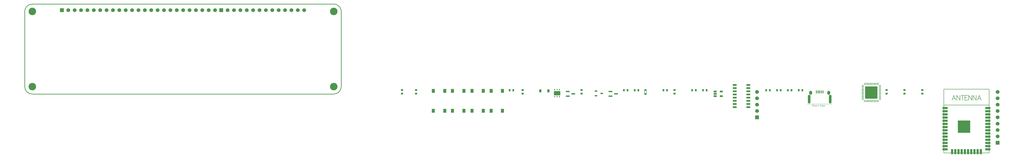
<source format=gtl>
G04*
G04 #@! TF.GenerationSoftware,Altium Limited,Altium Designer,18.1.9 (240)*
G04*
G04 Layer_Physical_Order=1*
G04 Layer_Color=255*
%FSLAX44Y44*%
%MOMM*%
G71*
G01*
G75*
%ADD10C,0.3000*%
%ADD15C,0.1270*%
%ADD16C,0.2540*%
%ADD18C,0.1000*%
%ADD19C,0.1984*%
%ADD20R,2.0000X0.9000*%
%ADD21R,0.9000X2.0000*%
%ADD22R,5.0000X5.0000*%
%ADD23R,0.9000X0.8000*%
%ADD24R,0.8400X0.2200*%
%ADD25R,0.2200X0.8400*%
%ADD26R,4.9500X4.9500*%
%ADD27R,0.4500X1.2000*%
%ADD28R,0.8000X0.9000*%
%ADD29R,1.5240X0.6350*%
%ADD30R,1.3000X0.7000*%
%ADD31R,0.8000X0.8000*%
%ADD32R,1.6000X0.6000*%
%ADD33R,1.0500X0.6000*%
%ADD34R,0.4500X0.6000*%
%ADD35R,2.6000X1.8000*%
%ADD36R,0.9140X1.2190*%
%ADD37R,1.3000X1.5499*%
%ADD63R,1.5000X1.5000*%
%ADD64C,1.5000*%
%ADD65R,1.5000X1.5000*%
%ADD66R,1.1000X1.1000*%
%ADD67O,1.2000X1.6000*%
%ADD68O,1.1000X1.8000*%
%ADD69C,3.0000*%
D10*
X3963180Y829620D02*
G03*
X3963180Y829620I-1000J0D01*
G01*
D15*
X3955350Y841740D02*
X4134550D01*
X3954950Y649740D02*
Y904740D01*
Y649740D02*
X4134950D01*
Y904740D01*
X3954950D02*
X4134950D01*
X2763330Y885190D02*
Y901190D01*
X2771330Y885190D02*
Y901190D01*
X2763330D02*
X2771330D01*
X2763330Y885190D02*
X2771330D01*
D16*
X1526500Y885220D02*
G03*
X1556500Y915220I0J30000D01*
G01*
X296500D02*
G03*
X326500Y885220I30000J0D01*
G01*
Y1245220D02*
G03*
X296500Y1215220I0J-30000D01*
G01*
X1556500D02*
G03*
X1526500Y1245220I-30000J0D01*
G01*
X326500Y885220D02*
X1526500D01*
X296500Y915220D02*
Y1215220D01*
X326500Y1245220D02*
X1526500D01*
X1556500Y915220D02*
Y1215220D01*
D18*
X3410750Y845280D02*
X3510750D01*
X3432810Y841928D02*
Y836930D01*
X3435309D01*
X3436142Y837763D01*
Y838596D01*
X3435309Y839429D01*
X3432810D01*
X3435309D01*
X3436142Y840262D01*
Y841095D01*
X3435309Y841928D01*
X3432810D01*
X3438641Y836930D02*
X3440308D01*
X3441141Y837763D01*
Y839429D01*
X3440308Y840262D01*
X3438641D01*
X3437809Y839429D01*
Y837763D01*
X3438641Y836930D01*
X3443640Y840262D02*
X3445306D01*
X3446139Y839429D01*
Y836930D01*
X3443640D01*
X3442807Y837763D01*
X3443640Y838596D01*
X3446139D01*
X3447805Y840262D02*
Y836930D01*
Y838596D01*
X3448638Y839429D01*
X3449471Y840262D01*
X3450304D01*
X3456136Y841928D02*
Y836930D01*
X3453636D01*
X3452804Y837763D01*
Y839429D01*
X3453636Y840262D01*
X3456136D01*
X3466133Y841928D02*
X3462800D01*
Y836930D01*
X3466133D01*
X3462800Y839429D02*
X3464466D01*
X3471131Y841928D02*
Y836930D01*
X3468632D01*
X3467798Y837763D01*
Y839429D01*
X3468632Y840262D01*
X3471131D01*
X3474463Y835264D02*
X3475296D01*
X3476129Y836097D01*
Y840262D01*
X3473630D01*
X3472797Y839429D01*
Y837763D01*
X3473630Y836930D01*
X3476129D01*
X3480294D02*
X3478628D01*
X3477795Y837763D01*
Y839429D01*
X3478628Y840262D01*
X3480294D01*
X3481128Y839429D01*
Y838596D01*
X3477795D01*
D19*
X4001984Y861249D02*
X3994842Y879995D01*
X3987701Y861249D01*
X3990379Y867498D02*
X3999306D01*
X4006358Y879995D02*
Y861249D01*
Y879995D02*
X4018855Y861249D01*
Y879995D02*
Y861249D01*
X4030281Y879995D02*
Y861249D01*
X4024033Y879995D02*
X4036530D01*
X4050366D02*
X4038762D01*
Y861249D01*
X4050366D01*
X4038762Y871069D02*
X4045903D01*
X4053490Y879995D02*
Y861249D01*
Y879995D02*
X4065988Y861249D01*
Y879995D02*
Y861249D01*
X4071165Y879995D02*
Y861249D01*
Y879995D02*
X4083663Y861249D01*
Y879995D02*
Y861249D01*
X4103123D02*
X4095981Y879995D01*
X4088840Y861249D01*
X4091518Y867498D02*
X4100445D01*
D20*
X4129950Y829840D02*
D03*
Y817140D02*
D03*
Y804440D02*
D03*
Y791740D02*
D03*
Y779040D02*
D03*
Y766340D02*
D03*
Y753640D02*
D03*
Y740940D02*
D03*
Y728240D02*
D03*
Y715540D02*
D03*
Y702840D02*
D03*
Y690140D02*
D03*
Y677440D02*
D03*
Y664740D02*
D03*
X3959950D02*
D03*
Y677440D02*
D03*
Y690140D02*
D03*
Y702840D02*
D03*
Y715540D02*
D03*
Y728240D02*
D03*
Y740940D02*
D03*
Y753640D02*
D03*
Y766340D02*
D03*
Y779040D02*
D03*
Y791740D02*
D03*
Y804440D02*
D03*
Y817140D02*
D03*
Y829840D02*
D03*
D21*
X4102100Y654740D02*
D03*
X4089400D02*
D03*
X4076700D02*
D03*
X4064000D02*
D03*
X4051300D02*
D03*
X4038600D02*
D03*
X4025900D02*
D03*
X4013200D02*
D03*
X4000500D02*
D03*
X3987800D02*
D03*
D22*
X4034950Y754840D02*
D03*
D23*
X3869690Y887080D02*
D03*
Y901080D02*
D03*
X3798570Y887080D02*
D03*
Y901080D02*
D03*
X3727450Y887080D02*
D03*
Y901080D02*
D03*
X2882900Y887080D02*
D03*
Y901080D02*
D03*
X2513330Y887080D02*
D03*
Y901080D02*
D03*
X2278380Y887080D02*
D03*
Y901080D02*
D03*
X1854200Y887080D02*
D03*
Y901080D02*
D03*
X1798320Y887080D02*
D03*
Y901080D02*
D03*
D24*
X3700940Y863540D02*
D03*
Y867540D02*
D03*
Y871540D02*
D03*
Y875540D02*
D03*
Y879540D02*
D03*
Y883540D02*
D03*
Y887540D02*
D03*
Y891540D02*
D03*
Y895540D02*
D03*
Y899540D02*
D03*
Y903540D02*
D03*
Y907540D02*
D03*
Y911540D02*
D03*
Y915540D02*
D03*
Y919540D02*
D03*
X3632040D02*
D03*
Y915540D02*
D03*
Y911540D02*
D03*
Y907540D02*
D03*
Y903540D02*
D03*
Y899540D02*
D03*
Y895540D02*
D03*
Y891540D02*
D03*
Y887540D02*
D03*
Y883540D02*
D03*
Y879540D02*
D03*
Y875540D02*
D03*
Y871540D02*
D03*
Y867540D02*
D03*
Y863540D02*
D03*
D25*
X3638490Y857090D02*
D03*
X3642490D02*
D03*
X3646490D02*
D03*
X3650490D02*
D03*
X3654490D02*
D03*
X3658490D02*
D03*
X3662490D02*
D03*
X3666490D02*
D03*
X3670490D02*
D03*
X3674490D02*
D03*
X3678490D02*
D03*
X3682490D02*
D03*
X3686490D02*
D03*
X3690490D02*
D03*
X3694490D02*
D03*
Y925990D02*
D03*
X3690490D02*
D03*
X3686490D02*
D03*
X3682490D02*
D03*
X3678490D02*
D03*
X3674490D02*
D03*
X3670490D02*
D03*
X3666490D02*
D03*
X3662490D02*
D03*
X3658490D02*
D03*
X3654490D02*
D03*
X3650490D02*
D03*
X3646490D02*
D03*
X3642490D02*
D03*
X3638490D02*
D03*
D26*
X3666490Y891540D02*
D03*
D27*
X3447750Y893780D02*
D03*
X3454250D02*
D03*
X3460750D02*
D03*
X3467250D02*
D03*
X3473750D02*
D03*
D28*
X3377550Y900430D02*
D03*
X3391550D02*
D03*
X3334370D02*
D03*
X3348370D02*
D03*
X3291190D02*
D03*
X3305190D02*
D03*
X3248010D02*
D03*
X3262010D02*
D03*
X2996550D02*
D03*
X3010550D02*
D03*
X2953370D02*
D03*
X2967370D02*
D03*
X2839070D02*
D03*
X2853070D02*
D03*
X2724770D02*
D03*
X2738770D02*
D03*
X2681590D02*
D03*
X2695590D02*
D03*
X2226930D02*
D03*
X2240930D02*
D03*
D29*
X3176549Y845820D02*
D03*
X3122650Y871220D02*
D03*
X3176549Y833120D02*
D03*
Y858520D02*
D03*
Y871220D02*
D03*
X3122650Y858520D02*
D03*
Y883920D02*
D03*
Y896620D02*
D03*
X3176549D02*
D03*
X3122650Y922020D02*
D03*
X3176549Y883920D02*
D03*
Y909320D02*
D03*
X3122650D02*
D03*
X3176549Y922020D02*
D03*
X3122650Y845820D02*
D03*
Y833120D02*
D03*
D30*
X3044890Y895960D02*
D03*
Y886460D02*
D03*
Y876960D02*
D03*
X3068890D02*
D03*
Y895960D02*
D03*
D31*
X2767330Y885190D02*
D03*
Y901190D02*
D03*
D32*
X2628060Y895960D02*
D03*
Y876960D02*
D03*
X2650060Y886460D02*
D03*
X2457880Y895960D02*
D03*
Y876960D02*
D03*
X2479880Y886460D02*
D03*
D33*
X2570410Y897230D02*
D03*
Y878230D02*
D03*
X2593410Y887730D02*
D03*
D34*
X2406040Y903000D02*
D03*
X2415540Y875000D02*
D03*
X2425040Y903000D02*
D03*
X2415540D02*
D03*
X2406040Y875000D02*
D03*
X2425040D02*
D03*
D35*
X2415540Y889000D02*
D03*
D36*
X2348357Y897890D02*
D03*
X2381123D02*
D03*
D37*
X2153011Y818769D02*
D03*
Y898271D02*
D03*
X2198009Y818769D02*
D03*
Y898271D02*
D03*
X2076811Y818769D02*
D03*
Y898271D02*
D03*
X2121809Y818769D02*
D03*
Y898271D02*
D03*
X1999341Y818769D02*
D03*
Y898271D02*
D03*
X2044339Y818769D02*
D03*
Y898271D02*
D03*
X1923141Y818769D02*
D03*
Y898271D02*
D03*
X1968139Y818769D02*
D03*
Y898271D02*
D03*
D63*
X444500Y1220470D02*
D03*
X1079100Y1220470D02*
D03*
D64*
X469900Y1220470D02*
D03*
X495300D02*
D03*
X520700D02*
D03*
X546100D02*
D03*
X571500D02*
D03*
X596900D02*
D03*
X622300D02*
D03*
X647700D02*
D03*
X673100D02*
D03*
X698500D02*
D03*
X723900D02*
D03*
X749300D02*
D03*
X774700D02*
D03*
X800100D02*
D03*
X825500D02*
D03*
X850900D02*
D03*
X876300D02*
D03*
X901700D02*
D03*
X927100D02*
D03*
X952500D02*
D03*
X977900D02*
D03*
X1003300D02*
D03*
X1028700D02*
D03*
X1054100D02*
D03*
X1409300Y1220470D02*
D03*
X1383900D02*
D03*
X1358500D02*
D03*
X1333100D02*
D03*
X1307700D02*
D03*
X1282300D02*
D03*
X1256900D02*
D03*
X1231500D02*
D03*
X1206100D02*
D03*
X1180700D02*
D03*
X1155300D02*
D03*
X1129900D02*
D03*
X1104500D02*
D03*
X4169410Y741680D02*
D03*
Y767080D02*
D03*
Y792480D02*
D03*
Y817880D02*
D03*
Y843280D02*
D03*
Y868680D02*
D03*
Y894080D02*
D03*
Y716280D02*
D03*
X3211830Y894080D02*
D03*
Y868680D02*
D03*
Y843280D02*
D03*
Y817880D02*
D03*
D65*
X4169410Y690880D02*
D03*
X3211830Y792480D02*
D03*
D66*
X3503000Y869650D02*
D03*
Y860410D02*
D03*
X3418500D02*
D03*
Y869650D02*
D03*
D67*
X3424750Y890780D02*
D03*
X3496750D02*
D03*
D68*
X3418500Y873780D02*
D03*
Y856280D02*
D03*
X3503000D02*
D03*
Y873780D02*
D03*
D69*
X326500Y1215220D02*
D03*
X1526500D02*
D03*
Y915220D02*
D03*
X326500D02*
D03*
M02*

</source>
